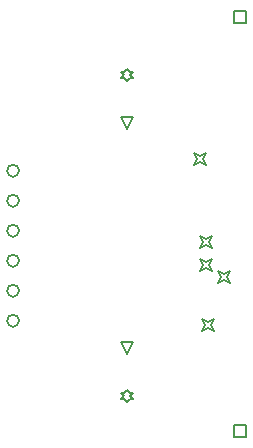
<source format=gbr>
%TF.GenerationSoftware,Altium Limited,Altium Designer,18.0.9 (584)*%
G04 Layer_Color=2752767*
%FSLAX26Y26*%
%MOIN*%
%TF.FileFunction,Drawing*%
%TF.Part,Single*%
G01*
G75*
%TA.AperFunction,NonConductor*%
%ADD24C,0.005000*%
%ADD45C,0.006667*%
D24*
X846141Y-1496378D02*
Y-1456378D01*
X886141D01*
Y-1496378D01*
X846141D01*
Y-118425D02*
Y-78425D01*
X886141D01*
Y-118425D01*
X846141D01*
X486529Y-1220906D02*
X466529Y-1180906D01*
X506529D01*
X486529Y-1220906D01*
X488129Y-472305D02*
X468129Y-432305D01*
X508129D01*
X488129Y-472305D01*
Y-310406D02*
X498129Y-300406D01*
X508129D01*
X498129Y-290406D01*
X508129Y-280406D01*
X498129D01*
X488129Y-270406D01*
X478129Y-280406D01*
X468129D01*
X478129Y-290406D01*
X468129Y-300406D01*
X478129D01*
X488129Y-310406D01*
Y-1382805D02*
X498129Y-1372805D01*
X508129D01*
X498129Y-1362805D01*
X508129Y-1352805D01*
X498129D01*
X488129Y-1342805D01*
X478129Y-1352805D01*
X468129D01*
X478129Y-1362805D01*
X468129Y-1372805D01*
X478129D01*
X488129Y-1382805D01*
X711317Y-590894D02*
X721317Y-570894D01*
X711317Y-550894D01*
X731317Y-560894D01*
X751317Y-550894D01*
X741317Y-570894D01*
X751317Y-590894D01*
X731317Y-580894D01*
X711317Y-590894D01*
X791317Y-984894D02*
X801317Y-964894D01*
X791317Y-944894D01*
X811317Y-954894D01*
X831317Y-944894D01*
X821317Y-964894D01*
X831317Y-984894D01*
X811317Y-974894D01*
X791317Y-984894D01*
X731317Y-944803D02*
X741317Y-924803D01*
X731317Y-904803D01*
X751317Y-914803D01*
X771317Y-904803D01*
X761317Y-924803D01*
X771317Y-944803D01*
X751317Y-934803D01*
X731317Y-944803D01*
Y-866693D02*
X741317Y-846693D01*
X731317Y-826693D01*
X751317Y-836693D01*
X771317Y-826693D01*
X761317Y-846693D01*
X771317Y-866693D01*
X751317Y-856693D01*
X731317Y-866693D01*
X737401Y-1144803D02*
X747401Y-1124803D01*
X737401Y-1104803D01*
X757401Y-1114803D01*
X777401Y-1104803D01*
X767401Y-1124803D01*
X777401Y-1144803D01*
X757401Y-1134803D01*
X737401Y-1144803D01*
D45*
X128267Y-610236D02*
G03*
X128267Y-610236I-20000J0D01*
G01*
Y-710236D02*
G03*
X128267Y-710236I-20000J0D01*
G01*
Y-810236D02*
G03*
X128267Y-810236I-20000J0D01*
G01*
Y-910236D02*
G03*
X128267Y-910236I-20000J0D01*
G01*
Y-1010236D02*
G03*
X128267Y-1010236I-20000J0D01*
G01*
Y-1110236D02*
G03*
X128267Y-1110236I-20000J0D01*
G01*
%TF.MD5,4207994d88aa21fc39a272e2c7ec7b0b*%
M02*

</source>
